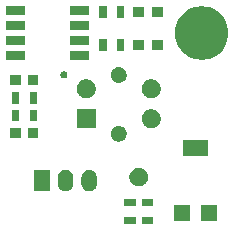
<source format=gbr>
G04 #@! TF.GenerationSoftware,KiCad,Pcbnew,(5.1.2)-1*
G04 #@! TF.CreationDate,2020-06-07T15:31:51+02:00*
G04 #@! TF.ProjectId,ir-detector,69722d64-6574-4656-9374-6f722e6b6963,rev?*
G04 #@! TF.SameCoordinates,Original*
G04 #@! TF.FileFunction,Soldermask,Top*
G04 #@! TF.FilePolarity,Negative*
%FSLAX46Y46*%
G04 Gerber Fmt 4.6, Leading zero omitted, Abs format (unit mm)*
G04 Created by KiCad (PCBNEW (5.1.2)-1) date 2020-06-07 15:31:51*
%MOMM*%
%LPD*%
G04 APERTURE LIST*
%ADD10C,0.100000*%
G04 APERTURE END LIST*
D10*
G36*
X77937000Y-64679000D02*
G01*
X76935000Y-64679000D01*
X76935000Y-64077000D01*
X77937000Y-64077000D01*
X77937000Y-64679000D01*
X77937000Y-64679000D01*
G37*
G36*
X76437000Y-64679000D02*
G01*
X75435000Y-64679000D01*
X75435000Y-64077000D01*
X76437000Y-64077000D01*
X76437000Y-64679000D01*
X76437000Y-64679000D01*
G37*
G36*
X81051000Y-64451000D02*
G01*
X79649000Y-64451000D01*
X79649000Y-63049000D01*
X81051000Y-63049000D01*
X81051000Y-64451000D01*
X81051000Y-64451000D01*
G37*
G36*
X83351000Y-64451000D02*
G01*
X81949000Y-64451000D01*
X81949000Y-63049000D01*
X83351000Y-63049000D01*
X83351000Y-64451000D01*
X83351000Y-64451000D01*
G37*
G36*
X77937000Y-63179000D02*
G01*
X76935000Y-63179000D01*
X76935000Y-62577000D01*
X77937000Y-62577000D01*
X77937000Y-63179000D01*
X77937000Y-63179000D01*
G37*
G36*
X76437000Y-63179000D02*
G01*
X75435000Y-63179000D01*
X75435000Y-62577000D01*
X76437000Y-62577000D01*
X76437000Y-63179000D01*
X76437000Y-63179000D01*
G37*
G36*
X72627617Y-60108420D02*
G01*
X72718403Y-60135960D01*
X72750335Y-60145646D01*
X72863424Y-60206094D01*
X72962554Y-60287447D01*
X73043906Y-60386575D01*
X73104354Y-60499664D01*
X73114040Y-60531596D01*
X73141580Y-60622382D01*
X73151000Y-60718027D01*
X73151000Y-61281973D01*
X73141580Y-61377618D01*
X73129986Y-61415837D01*
X73104354Y-61500336D01*
X73043906Y-61613425D01*
X72962554Y-61712554D01*
X72863425Y-61793906D01*
X72750336Y-61854354D01*
X72718404Y-61864040D01*
X72627618Y-61891580D01*
X72500000Y-61904149D01*
X72372383Y-61891580D01*
X72281597Y-61864040D01*
X72249665Y-61854354D01*
X72136576Y-61793906D01*
X72037447Y-61712553D01*
X71956094Y-61613425D01*
X71895646Y-61500336D01*
X71870014Y-61415837D01*
X71858420Y-61377618D01*
X71849000Y-61281973D01*
X71849000Y-60718028D01*
X71858420Y-60622383D01*
X71895645Y-60499669D01*
X71895646Y-60499665D01*
X71956094Y-60386576D01*
X72037447Y-60287446D01*
X72136575Y-60206094D01*
X72249664Y-60145646D01*
X72281596Y-60135960D01*
X72372382Y-60108420D01*
X72500000Y-60095851D01*
X72627617Y-60108420D01*
X72627617Y-60108420D01*
G37*
G36*
X70627617Y-60108420D02*
G01*
X70718403Y-60135960D01*
X70750335Y-60145646D01*
X70863424Y-60206094D01*
X70962554Y-60287447D01*
X71043906Y-60386575D01*
X71104354Y-60499664D01*
X71114040Y-60531596D01*
X71141580Y-60622382D01*
X71151000Y-60718027D01*
X71151000Y-61281973D01*
X71141580Y-61377618D01*
X71129986Y-61415837D01*
X71104354Y-61500336D01*
X71043906Y-61613425D01*
X70962554Y-61712554D01*
X70863425Y-61793906D01*
X70750336Y-61854354D01*
X70718404Y-61864040D01*
X70627618Y-61891580D01*
X70500000Y-61904149D01*
X70372383Y-61891580D01*
X70281597Y-61864040D01*
X70249665Y-61854354D01*
X70136576Y-61793906D01*
X70037447Y-61712553D01*
X69956094Y-61613425D01*
X69895646Y-61500336D01*
X69870014Y-61415837D01*
X69858420Y-61377618D01*
X69849000Y-61281973D01*
X69849000Y-60718028D01*
X69858420Y-60622383D01*
X69895645Y-60499669D01*
X69895646Y-60499665D01*
X69956094Y-60386576D01*
X70037447Y-60287446D01*
X70136575Y-60206094D01*
X70249664Y-60145646D01*
X70281596Y-60135960D01*
X70372382Y-60108420D01*
X70500000Y-60095851D01*
X70627617Y-60108420D01*
X70627617Y-60108420D01*
G37*
G36*
X69151000Y-61901000D02*
G01*
X67849000Y-61901000D01*
X67849000Y-60099000D01*
X69151000Y-60099000D01*
X69151000Y-61901000D01*
X69151000Y-61901000D01*
G37*
G36*
X76941642Y-59935781D02*
G01*
X77087414Y-59996162D01*
X77087416Y-59996163D01*
X77218608Y-60083822D01*
X77330178Y-60195392D01*
X77417837Y-60326584D01*
X77417838Y-60326586D01*
X77478219Y-60472358D01*
X77509000Y-60627107D01*
X77509000Y-60784893D01*
X77478219Y-60939642D01*
X77417838Y-61085414D01*
X77417837Y-61085416D01*
X77330178Y-61216608D01*
X77218608Y-61328178D01*
X77087416Y-61415837D01*
X77087415Y-61415838D01*
X77087414Y-61415838D01*
X76941642Y-61476219D01*
X76786893Y-61507000D01*
X76629107Y-61507000D01*
X76474358Y-61476219D01*
X76328586Y-61415838D01*
X76328585Y-61415838D01*
X76328584Y-61415837D01*
X76197392Y-61328178D01*
X76085822Y-61216608D01*
X75998163Y-61085416D01*
X75998162Y-61085414D01*
X75937781Y-60939642D01*
X75907000Y-60784893D01*
X75907000Y-60627107D01*
X75937781Y-60472358D01*
X75998162Y-60326586D01*
X75998163Y-60326584D01*
X76085822Y-60195392D01*
X76197392Y-60083822D01*
X76328584Y-59996163D01*
X76328586Y-59996162D01*
X76474358Y-59935781D01*
X76629107Y-59905000D01*
X76786893Y-59905000D01*
X76941642Y-59935781D01*
X76941642Y-59935781D01*
G37*
G36*
X82551000Y-58951000D02*
G01*
X80449000Y-58951000D01*
X80449000Y-57549000D01*
X82551000Y-57549000D01*
X82551000Y-58951000D01*
X82551000Y-58951000D01*
G37*
G36*
X75153648Y-56381319D02*
G01*
X75197182Y-56389978D01*
X75320206Y-56440936D01*
X75430925Y-56514916D01*
X75525084Y-56609075D01*
X75599064Y-56719794D01*
X75650022Y-56842818D01*
X75676000Y-56973420D01*
X75676000Y-57106580D01*
X75650022Y-57237182D01*
X75599064Y-57360206D01*
X75525084Y-57470925D01*
X75430925Y-57565084D01*
X75320206Y-57639064D01*
X75197182Y-57690022D01*
X75153648Y-57698681D01*
X75066582Y-57716000D01*
X74933418Y-57716000D01*
X74846352Y-57698681D01*
X74802818Y-57690022D01*
X74679794Y-57639064D01*
X74569075Y-57565084D01*
X74474916Y-57470925D01*
X74400936Y-57360206D01*
X74349978Y-57237182D01*
X74324000Y-57106580D01*
X74324000Y-56973420D01*
X74349978Y-56842818D01*
X74400936Y-56719794D01*
X74474916Y-56609075D01*
X74569075Y-56514916D01*
X74679794Y-56440936D01*
X74802818Y-56389978D01*
X74846352Y-56381319D01*
X74933418Y-56364000D01*
X75066582Y-56364000D01*
X75153648Y-56381319D01*
X75153648Y-56381319D01*
G37*
G36*
X66701000Y-57426000D02*
G01*
X65799000Y-57426000D01*
X65799000Y-56574000D01*
X66701000Y-56574000D01*
X66701000Y-57426000D01*
X66701000Y-57426000D01*
G37*
G36*
X68201000Y-57426000D02*
G01*
X67299000Y-57426000D01*
X67299000Y-56574000D01*
X68201000Y-56574000D01*
X68201000Y-57426000D01*
X68201000Y-57426000D01*
G37*
G36*
X73051000Y-56571000D02*
G01*
X71449000Y-56571000D01*
X71449000Y-54969000D01*
X73051000Y-54969000D01*
X73051000Y-56571000D01*
X73051000Y-56571000D01*
G37*
G36*
X77983642Y-54999781D02*
G01*
X78129414Y-55060162D01*
X78129416Y-55060163D01*
X78260608Y-55147822D01*
X78372178Y-55259392D01*
X78459837Y-55390584D01*
X78459838Y-55390586D01*
X78520219Y-55536358D01*
X78551000Y-55691107D01*
X78551000Y-55848893D01*
X78520219Y-56003642D01*
X78459838Y-56149414D01*
X78459837Y-56149416D01*
X78372178Y-56280608D01*
X78260608Y-56392178D01*
X78129416Y-56479837D01*
X78129415Y-56479838D01*
X78129414Y-56479838D01*
X77983642Y-56540219D01*
X77828893Y-56571000D01*
X77671107Y-56571000D01*
X77516358Y-56540219D01*
X77370586Y-56479838D01*
X77370585Y-56479838D01*
X77370584Y-56479837D01*
X77239392Y-56392178D01*
X77127822Y-56280608D01*
X77040163Y-56149416D01*
X77040162Y-56149414D01*
X76979781Y-56003642D01*
X76949000Y-55848893D01*
X76949000Y-55691107D01*
X76979781Y-55536358D01*
X77040162Y-55390586D01*
X77040163Y-55390584D01*
X77127822Y-55259392D01*
X77239392Y-55147822D01*
X77370584Y-55060163D01*
X77370586Y-55060162D01*
X77516358Y-54999781D01*
X77671107Y-54969000D01*
X77828893Y-54969000D01*
X77983642Y-54999781D01*
X77983642Y-54999781D01*
G37*
G36*
X66551000Y-56001000D02*
G01*
X65949000Y-56001000D01*
X65949000Y-54999000D01*
X66551000Y-54999000D01*
X66551000Y-56001000D01*
X66551000Y-56001000D01*
G37*
G36*
X68051000Y-56001000D02*
G01*
X67449000Y-56001000D01*
X67449000Y-54999000D01*
X68051000Y-54999000D01*
X68051000Y-56001000D01*
X68051000Y-56001000D01*
G37*
G36*
X66551000Y-54501000D02*
G01*
X65949000Y-54501000D01*
X65949000Y-53499000D01*
X66551000Y-53499000D01*
X66551000Y-54501000D01*
X66551000Y-54501000D01*
G37*
G36*
X68051000Y-54501000D02*
G01*
X67449000Y-54501000D01*
X67449000Y-53499000D01*
X68051000Y-53499000D01*
X68051000Y-54501000D01*
X68051000Y-54501000D01*
G37*
G36*
X77983642Y-52459781D02*
G01*
X78129414Y-52520162D01*
X78129416Y-52520163D01*
X78260608Y-52607822D01*
X78372178Y-52719392D01*
X78376593Y-52726000D01*
X78459838Y-52850586D01*
X78520219Y-52996358D01*
X78551000Y-53151107D01*
X78551000Y-53308893D01*
X78520219Y-53463642D01*
X78505573Y-53499000D01*
X78459837Y-53609416D01*
X78372178Y-53740608D01*
X78260608Y-53852178D01*
X78129416Y-53939837D01*
X78129415Y-53939838D01*
X78129414Y-53939838D01*
X77983642Y-54000219D01*
X77828893Y-54031000D01*
X77671107Y-54031000D01*
X77516358Y-54000219D01*
X77370586Y-53939838D01*
X77370585Y-53939838D01*
X77370584Y-53939837D01*
X77239392Y-53852178D01*
X77127822Y-53740608D01*
X77040163Y-53609416D01*
X76994427Y-53499000D01*
X76979781Y-53463642D01*
X76949000Y-53308893D01*
X76949000Y-53151107D01*
X76979781Y-52996358D01*
X77040162Y-52850586D01*
X77123407Y-52726000D01*
X77127822Y-52719392D01*
X77239392Y-52607822D01*
X77370584Y-52520163D01*
X77370586Y-52520162D01*
X77516358Y-52459781D01*
X77671107Y-52429000D01*
X77828893Y-52429000D01*
X77983642Y-52459781D01*
X77983642Y-52459781D01*
G37*
G36*
X72483642Y-52459781D02*
G01*
X72629414Y-52520162D01*
X72629416Y-52520163D01*
X72760608Y-52607822D01*
X72872178Y-52719392D01*
X72876593Y-52726000D01*
X72959838Y-52850586D01*
X73020219Y-52996358D01*
X73051000Y-53151107D01*
X73051000Y-53308893D01*
X73020219Y-53463642D01*
X73005573Y-53499000D01*
X72959837Y-53609416D01*
X72872178Y-53740608D01*
X72760608Y-53852178D01*
X72629416Y-53939837D01*
X72629415Y-53939838D01*
X72629414Y-53939838D01*
X72483642Y-54000219D01*
X72328893Y-54031000D01*
X72171107Y-54031000D01*
X72016358Y-54000219D01*
X71870586Y-53939838D01*
X71870585Y-53939838D01*
X71870584Y-53939837D01*
X71739392Y-53852178D01*
X71627822Y-53740608D01*
X71540163Y-53609416D01*
X71494427Y-53499000D01*
X71479781Y-53463642D01*
X71449000Y-53308893D01*
X71449000Y-53151107D01*
X71479781Y-52996358D01*
X71540162Y-52850586D01*
X71623407Y-52726000D01*
X71627822Y-52719392D01*
X71739392Y-52607822D01*
X71870584Y-52520163D01*
X71870586Y-52520162D01*
X72016358Y-52459781D01*
X72171107Y-52429000D01*
X72328893Y-52429000D01*
X72483642Y-52459781D01*
X72483642Y-52459781D01*
G37*
G36*
X68201000Y-52926000D02*
G01*
X67299000Y-52926000D01*
X67299000Y-52074000D01*
X68201000Y-52074000D01*
X68201000Y-52926000D01*
X68201000Y-52926000D01*
G37*
G36*
X66701000Y-52926000D02*
G01*
X65799000Y-52926000D01*
X65799000Y-52074000D01*
X66701000Y-52074000D01*
X66701000Y-52926000D01*
X66701000Y-52926000D01*
G37*
G36*
X75153648Y-51391319D02*
G01*
X75197182Y-51399978D01*
X75320206Y-51450936D01*
X75430925Y-51524916D01*
X75525084Y-51619075D01*
X75599064Y-51729794D01*
X75650022Y-51852818D01*
X75658681Y-51896352D01*
X75676000Y-51983418D01*
X75676000Y-52116582D01*
X75658681Y-52203648D01*
X75650022Y-52247182D01*
X75599064Y-52370206D01*
X75525084Y-52480925D01*
X75430925Y-52575084D01*
X75320206Y-52649064D01*
X75197182Y-52700022D01*
X75153648Y-52708681D01*
X75066582Y-52726000D01*
X74933418Y-52726000D01*
X74846352Y-52708681D01*
X74802818Y-52700022D01*
X74679794Y-52649064D01*
X74569075Y-52575084D01*
X74474916Y-52480925D01*
X74400936Y-52370206D01*
X74349978Y-52247182D01*
X74341319Y-52203648D01*
X74324000Y-52116582D01*
X74324000Y-51983418D01*
X74341319Y-51896352D01*
X74349978Y-51852818D01*
X74400936Y-51729794D01*
X74474916Y-51619075D01*
X74569075Y-51524916D01*
X74679794Y-51450936D01*
X74802818Y-51399978D01*
X74846352Y-51391319D01*
X74933418Y-51374000D01*
X75066582Y-51374000D01*
X75153648Y-51391319D01*
X75153648Y-51391319D01*
G37*
G36*
X70437797Y-51760567D02*
G01*
X70492575Y-51783257D01*
X70492577Y-51783258D01*
X70541876Y-51816198D01*
X70583802Y-51858124D01*
X70616742Y-51907423D01*
X70616743Y-51907425D01*
X70639433Y-51962203D01*
X70651000Y-52020353D01*
X70651000Y-52079647D01*
X70639433Y-52137797D01*
X70616743Y-52192575D01*
X70616742Y-52192577D01*
X70583802Y-52241876D01*
X70541876Y-52283802D01*
X70492577Y-52316742D01*
X70492576Y-52316743D01*
X70492575Y-52316743D01*
X70437797Y-52339433D01*
X70379647Y-52351000D01*
X70320353Y-52351000D01*
X70262203Y-52339433D01*
X70207425Y-52316743D01*
X70207424Y-52316743D01*
X70207423Y-52316742D01*
X70158124Y-52283802D01*
X70116198Y-52241876D01*
X70083258Y-52192577D01*
X70083257Y-52192575D01*
X70060567Y-52137797D01*
X70049000Y-52079647D01*
X70049000Y-52020353D01*
X70060567Y-51962203D01*
X70083257Y-51907425D01*
X70083258Y-51907423D01*
X70116198Y-51858124D01*
X70158124Y-51816198D01*
X70207423Y-51783258D01*
X70207425Y-51783257D01*
X70262203Y-51760567D01*
X70320353Y-51749000D01*
X70379647Y-51749000D01*
X70437797Y-51760567D01*
X70437797Y-51760567D01*
G37*
G36*
X67101500Y-50781000D02*
G01*
X65474500Y-50781000D01*
X65474500Y-50029000D01*
X67101500Y-50029000D01*
X67101500Y-50781000D01*
X67101500Y-50781000D01*
G37*
G36*
X72525500Y-50781000D02*
G01*
X70898500Y-50781000D01*
X70898500Y-50029000D01*
X72525500Y-50029000D01*
X72525500Y-50781000D01*
X72525500Y-50781000D01*
G37*
G36*
X82317880Y-46273776D02*
G01*
X82698593Y-46349504D01*
X83108249Y-46519189D01*
X83476929Y-46765534D01*
X83790466Y-47079071D01*
X84036811Y-47447751D01*
X84206496Y-47857407D01*
X84293000Y-48292296D01*
X84293000Y-48735704D01*
X84206496Y-49170593D01*
X84036811Y-49580249D01*
X83790466Y-49948929D01*
X83476929Y-50262466D01*
X83108249Y-50508811D01*
X82698593Y-50678496D01*
X82317880Y-50754224D01*
X82263705Y-50765000D01*
X81820295Y-50765000D01*
X81766120Y-50754224D01*
X81385407Y-50678496D01*
X80975751Y-50508811D01*
X80607071Y-50262466D01*
X80293534Y-49948929D01*
X80047189Y-49580249D01*
X79877504Y-49170593D01*
X79791000Y-48735704D01*
X79791000Y-48292296D01*
X79877504Y-47857407D01*
X80047189Y-47447751D01*
X80293534Y-47079071D01*
X80607071Y-46765534D01*
X80975751Y-46519189D01*
X81385407Y-46349504D01*
X81766120Y-46273776D01*
X81820295Y-46263000D01*
X82263705Y-46263000D01*
X82317880Y-46273776D01*
X82317880Y-46273776D01*
G37*
G36*
X73973000Y-50031000D02*
G01*
X73371000Y-50031000D01*
X73371000Y-49029000D01*
X73973000Y-49029000D01*
X73973000Y-50031000D01*
X73973000Y-50031000D01*
G37*
G36*
X75473000Y-50031000D02*
G01*
X74871000Y-50031000D01*
X74871000Y-49029000D01*
X75473000Y-49029000D01*
X75473000Y-50031000D01*
X75473000Y-50031000D01*
G37*
G36*
X77121000Y-49981000D02*
G01*
X76219000Y-49981000D01*
X76219000Y-49079000D01*
X77121000Y-49079000D01*
X77121000Y-49981000D01*
X77121000Y-49981000D01*
G37*
G36*
X78721000Y-49981000D02*
G01*
X77819000Y-49981000D01*
X77819000Y-49079000D01*
X78721000Y-49079000D01*
X78721000Y-49981000D01*
X78721000Y-49981000D01*
G37*
G36*
X72525500Y-49511000D02*
G01*
X70898500Y-49511000D01*
X70898500Y-48759000D01*
X72525500Y-48759000D01*
X72525500Y-49511000D01*
X72525500Y-49511000D01*
G37*
G36*
X67101500Y-49511000D02*
G01*
X65474500Y-49511000D01*
X65474500Y-48759000D01*
X67101500Y-48759000D01*
X67101500Y-49511000D01*
X67101500Y-49511000D01*
G37*
G36*
X67101500Y-48241000D02*
G01*
X65474500Y-48241000D01*
X65474500Y-47489000D01*
X67101500Y-47489000D01*
X67101500Y-48241000D01*
X67101500Y-48241000D01*
G37*
G36*
X72525500Y-48241000D02*
G01*
X70898500Y-48241000D01*
X70898500Y-47489000D01*
X72525500Y-47489000D01*
X72525500Y-48241000D01*
X72525500Y-48241000D01*
G37*
G36*
X73973000Y-47237000D02*
G01*
X73371000Y-47237000D01*
X73371000Y-46235000D01*
X73973000Y-46235000D01*
X73973000Y-47237000D01*
X73973000Y-47237000D01*
G37*
G36*
X75473000Y-47237000D02*
G01*
X74871000Y-47237000D01*
X74871000Y-46235000D01*
X75473000Y-46235000D01*
X75473000Y-47237000D01*
X75473000Y-47237000D01*
G37*
G36*
X77121000Y-47187000D02*
G01*
X76219000Y-47187000D01*
X76219000Y-46285000D01*
X77121000Y-46285000D01*
X77121000Y-47187000D01*
X77121000Y-47187000D01*
G37*
G36*
X78721000Y-47187000D02*
G01*
X77819000Y-47187000D01*
X77819000Y-46285000D01*
X78721000Y-46285000D01*
X78721000Y-47187000D01*
X78721000Y-47187000D01*
G37*
G36*
X72525500Y-46971000D02*
G01*
X70898500Y-46971000D01*
X70898500Y-46219000D01*
X72525500Y-46219000D01*
X72525500Y-46971000D01*
X72525500Y-46971000D01*
G37*
G36*
X67101500Y-46971000D02*
G01*
X65474500Y-46971000D01*
X65474500Y-46219000D01*
X67101500Y-46219000D01*
X67101500Y-46971000D01*
X67101500Y-46971000D01*
G37*
M02*

</source>
